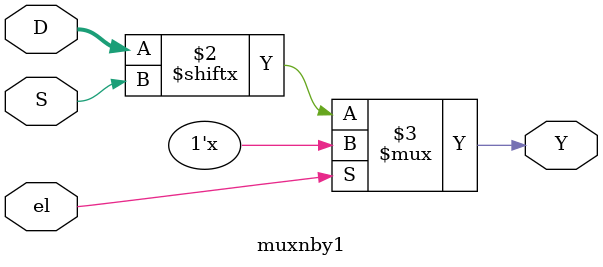
<source format=v>
module muxnby1 #(parameter SIZE=2)(output reg Y,input el, input [SIZE-1:0]D,input [($clog2(SIZE))-1:0]S);

  always@(D,S,el) begin
    Y=el?Y:D[S];
end
endmodule
</source>
